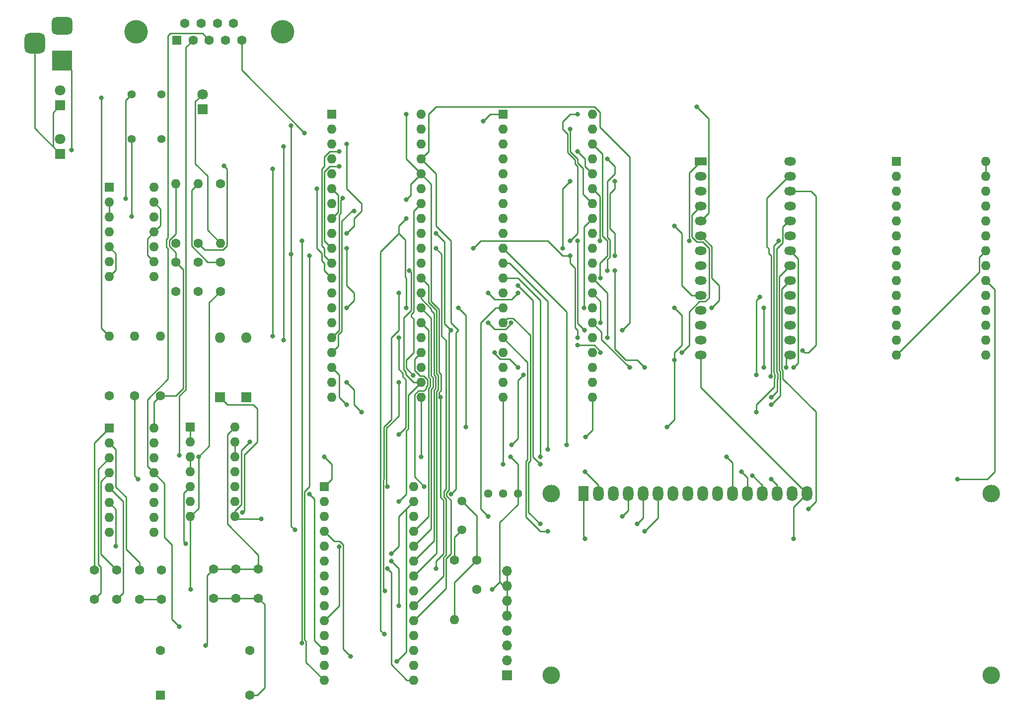
<source format=gbr>
G04 #@! TF.GenerationSoftware,KiCad,Pcbnew,(6.0.10-0)*
G04 #@! TF.CreationDate,2024-07-27T08:04:34-04:00*
G04 #@! TF.ProjectId,6502_wozmon,36353032-5f77-46f7-9a6d-6f6e2e6b6963,rev?*
G04 #@! TF.SameCoordinates,Original*
G04 #@! TF.FileFunction,Copper,L1,Top*
G04 #@! TF.FilePolarity,Positive*
%FSLAX46Y46*%
G04 Gerber Fmt 4.6, Leading zero omitted, Abs format (unit mm)*
G04 Created by KiCad (PCBNEW (6.0.10-0)) date 2024-07-27 08:04:34*
%MOMM*%
%LPD*%
G01*
G04 APERTURE LIST*
G04 Aperture macros list*
%AMRoundRect*
0 Rectangle with rounded corners*
0 $1 Rounding radius*
0 $2 $3 $4 $5 $6 $7 $8 $9 X,Y pos of 4 corners*
0 Add a 4 corners polygon primitive as box body*
4,1,4,$2,$3,$4,$5,$6,$7,$8,$9,$2,$3,0*
0 Add four circle primitives for the rounded corners*
1,1,$1+$1,$2,$3*
1,1,$1+$1,$4,$5*
1,1,$1+$1,$6,$7*
1,1,$1+$1,$8,$9*
0 Add four rect primitives between the rounded corners*
20,1,$1+$1,$2,$3,$4,$5,0*
20,1,$1+$1,$4,$5,$6,$7,0*
20,1,$1+$1,$6,$7,$8,$9,0*
20,1,$1+$1,$8,$9,$2,$3,0*%
G04 Aperture macros list end*
G04 #@! TA.AperFunction,ComponentPad*
%ADD10C,1.600000*%
G04 #@! TD*
G04 #@! TA.AperFunction,ComponentPad*
%ADD11R,1.600000X1.600000*%
G04 #@! TD*
G04 #@! TA.AperFunction,ComponentPad*
%ADD12O,1.600000X1.600000*%
G04 #@! TD*
G04 #@! TA.AperFunction,ComponentPad*
%ADD13C,3.000000*%
G04 #@! TD*
G04 #@! TA.AperFunction,ComponentPad*
%ADD14R,1.800000X2.600000*%
G04 #@! TD*
G04 #@! TA.AperFunction,ComponentPad*
%ADD15O,1.800000X2.600000*%
G04 #@! TD*
G04 #@! TA.AperFunction,ComponentPad*
%ADD16C,4.000000*%
G04 #@! TD*
G04 #@! TA.AperFunction,ComponentPad*
%ADD17R,1.800000X1.800000*%
G04 #@! TD*
G04 #@! TA.AperFunction,ComponentPad*
%ADD18O,1.800000X1.800000*%
G04 #@! TD*
G04 #@! TA.AperFunction,ComponentPad*
%ADD19R,3.500000X3.500000*%
G04 #@! TD*
G04 #@! TA.AperFunction,ComponentPad*
%ADD20RoundRect,0.750000X-1.000000X0.750000X-1.000000X-0.750000X1.000000X-0.750000X1.000000X0.750000X0*%
G04 #@! TD*
G04 #@! TA.AperFunction,ComponentPad*
%ADD21RoundRect,0.875000X-0.875000X0.875000X-0.875000X-0.875000X0.875000X-0.875000X0.875000X0.875000X0*%
G04 #@! TD*
G04 #@! TA.AperFunction,ComponentPad*
%ADD22C,1.800000*%
G04 #@! TD*
G04 #@! TA.AperFunction,ComponentPad*
%ADD23C,1.500000*%
G04 #@! TD*
G04 #@! TA.AperFunction,ComponentPad*
%ADD24C,1.397000*%
G04 #@! TD*
G04 #@! TA.AperFunction,ComponentPad*
%ADD25R,1.700000X1.700000*%
G04 #@! TD*
G04 #@! TA.AperFunction,ComponentPad*
%ADD26O,1.700000X1.700000*%
G04 #@! TD*
G04 #@! TA.AperFunction,ComponentPad*
%ADD27R,2.000000X1.440000*%
G04 #@! TD*
G04 #@! TA.AperFunction,ComponentPad*
%ADD28O,2.000000X1.440000*%
G04 #@! TD*
G04 #@! TA.AperFunction,ComponentPad*
%ADD29C,1.440000*%
G04 #@! TD*
G04 #@! TA.AperFunction,ViaPad*
%ADD30C,0.800000*%
G04 #@! TD*
G04 #@! TA.AperFunction,Conductor*
%ADD31C,0.250000*%
G04 #@! TD*
G04 APERTURE END LIST*
D10*
G04 #@! TO.P,C9,1*
G04 #@! TO.N,Net-(C9-Pad1)*
X50257500Y-111585000D03*
G04 #@! TO.P,C9,2*
G04 #@! TO.N,GND*
X50257500Y-116585000D03*
G04 #@! TD*
D11*
G04 #@! TO.P,U3,1,A14*
G04 #@! TO.N,A14*
X175541666Y-41925000D03*
D12*
G04 #@! TO.P,U3,2,A12*
G04 #@! TO.N,A12*
X175541666Y-44465000D03*
G04 #@! TO.P,U3,3,A7*
G04 #@! TO.N,A7*
X175541666Y-47005000D03*
G04 #@! TO.P,U3,4,A6*
G04 #@! TO.N,A6*
X175541666Y-49545000D03*
G04 #@! TO.P,U3,5,A5*
G04 #@! TO.N,A5*
X175541666Y-52085000D03*
G04 #@! TO.P,U3,6,A4*
G04 #@! TO.N,A4*
X175541666Y-54625000D03*
G04 #@! TO.P,U3,7,A3*
G04 #@! TO.N,A3*
X175541666Y-57165000D03*
G04 #@! TO.P,U3,8,A2*
G04 #@! TO.N,A2*
X175541666Y-59705000D03*
G04 #@! TO.P,U3,9,A1*
G04 #@! TO.N,A1*
X175541666Y-62245000D03*
G04 #@! TO.P,U3,10,A0*
G04 #@! TO.N,A0*
X175541666Y-64785000D03*
G04 #@! TO.P,U3,11,D0*
G04 #@! TO.N,D0*
X175541666Y-67325000D03*
G04 #@! TO.P,U3,12,D1*
G04 #@! TO.N,D1*
X175541666Y-69865000D03*
G04 #@! TO.P,U3,13,D2*
G04 #@! TO.N,D2*
X175541666Y-72405000D03*
G04 #@! TO.P,U3,14,GND*
G04 #@! TO.N,GND*
X175541666Y-74945000D03*
G04 #@! TO.P,U3,15,D3*
G04 #@! TO.N,D3*
X190781666Y-74945000D03*
G04 #@! TO.P,U3,16,D4*
G04 #@! TO.N,D4*
X190781666Y-72405000D03*
G04 #@! TO.P,U3,17,D5*
G04 #@! TO.N,D5*
X190781666Y-69865000D03*
G04 #@! TO.P,U3,18,D6*
G04 #@! TO.N,D6*
X190781666Y-67325000D03*
G04 #@! TO.P,U3,19,D7*
G04 #@! TO.N,D7*
X190781666Y-64785000D03*
G04 #@! TO.P,U3,20,~{CS}*
G04 #@! TO.N,A15\u002A*
X190781666Y-62245000D03*
G04 #@! TO.P,U3,21,A10*
G04 #@! TO.N,A10*
X190781666Y-59705000D03*
G04 #@! TO.P,U3,22,~{OE}*
G04 #@! TO.N,GND*
X190781666Y-57165000D03*
G04 #@! TO.P,U3,23,A11*
G04 #@! TO.N,A11*
X190781666Y-54625000D03*
G04 #@! TO.P,U3,24,A9*
G04 #@! TO.N,A9*
X190781666Y-52085000D03*
G04 #@! TO.P,U3,25,A8*
G04 #@! TO.N,A8*
X190781666Y-49545000D03*
G04 #@! TO.P,U3,26,A13*
G04 #@! TO.N,A13*
X190781666Y-47005000D03*
G04 #@! TO.P,U3,27,~{WE}*
G04 #@! TO.N,VCC*
X190781666Y-44465000D03*
G04 #@! TO.P,U3,28,VCC*
X190781666Y-41925000D03*
G04 #@! TD*
D10*
G04 #@! TO.P,C6,1*
G04 #@! TO.N,Net-(C6-Pad1)*
X38827500Y-111585000D03*
G04 #@! TO.P,C6,2*
G04 #@! TO.N,Net-(C6-Pad2)*
X38827500Y-116585000D03*
G04 #@! TD*
D13*
G04 #@! TO.P,U8,*
G04 #@! TO.N,*
X191712500Y-98542500D03*
X191711980Y-129543200D03*
X116713400Y-129543200D03*
X116713400Y-98542500D03*
D14*
G04 #@! TO.P,U8,1,VSS*
G04 #@! TO.N,GND*
X122212500Y-98542500D03*
D15*
G04 #@! TO.P,U8,2,VDD*
G04 #@! TO.N,VCC*
X124752500Y-98542500D03*
G04 #@! TO.P,U8,3,VO*
G04 #@! TO.N,Net-(RV1-Pad2)*
X127292500Y-98542500D03*
G04 #@! TO.P,U8,4,RS*
G04 #@! TO.N,Net-(U7-Pad14)*
X129832500Y-98542500D03*
G04 #@! TO.P,U8,5,R/W*
G04 #@! TO.N,Net-(U7-Pad15)*
X132372500Y-98542500D03*
G04 #@! TO.P,U8,6,E*
G04 #@! TO.N,Net-(U7-Pad16)*
X134912500Y-98542500D03*
G04 #@! TO.P,U8,7,D0*
G04 #@! TO.N,unconnected-(U8-Pad7)*
X137452500Y-98542500D03*
G04 #@! TO.P,U8,8,D1*
G04 #@! TO.N,unconnected-(U8-Pad8)*
X139992500Y-98542500D03*
G04 #@! TO.P,U8,9,D2*
G04 #@! TO.N,unconnected-(U8-Pad9)*
X142532500Y-98542500D03*
G04 #@! TO.P,U8,10,D3*
G04 #@! TO.N,unconnected-(U8-Pad10)*
X145072500Y-98542500D03*
G04 #@! TO.P,U8,11,D4*
G04 #@! TO.N,Net-(U7-Pad10)*
X147612500Y-98542500D03*
G04 #@! TO.P,U8,12,D5*
G04 #@! TO.N,Net-(U7-Pad11)*
X150152500Y-98542500D03*
G04 #@! TO.P,U8,13,D6*
G04 #@! TO.N,Net-(U7-Pad12)*
X152692500Y-98542500D03*
G04 #@! TO.P,U8,14,D7*
G04 #@! TO.N,Net-(U7-Pad13)*
X155232500Y-98542500D03*
G04 #@! TO.P,U8,15,LED(+)*
G04 #@! TO.N,VCC*
X157772500Y-98542500D03*
G04 #@! TO.P,U8,16,LED(-)*
G04 #@! TO.N,GND*
X160312500Y-98542500D03*
G04 #@! TD*
D16*
G04 #@! TO.P,J2,0*
G04 #@! TO.N,N/C*
X70910000Y-19810331D03*
X45910000Y-19810331D03*
D11*
G04 #@! TO.P,J2,1,1*
G04 #@! TO.N,unconnected-(J2-Pad1)*
X52870000Y-21230331D03*
D10*
G04 #@! TO.P,J2,2,2*
G04 #@! TO.N,RXD*
X55640000Y-21230331D03*
G04 #@! TO.P,J2,3,3*
G04 #@! TO.N,TXD*
X58410000Y-21230331D03*
G04 #@! TO.P,J2,4,4*
G04 #@! TO.N,unconnected-(J2-Pad4)*
X61180000Y-21230331D03*
G04 #@! TO.P,J2,5,5*
G04 #@! TO.N,GND*
X63950000Y-21230331D03*
G04 #@! TO.P,J2,6,6*
G04 #@! TO.N,unconnected-(J2-Pad6)*
X54255000Y-18390331D03*
G04 #@! TO.P,J2,7,7*
G04 #@! TO.N,unconnected-(J2-Pad7)*
X57025000Y-18390331D03*
G04 #@! TO.P,J2,8,8*
G04 #@! TO.N,unconnected-(J2-Pad8)*
X59795000Y-18390331D03*
G04 #@! TO.P,J2,9,9*
G04 #@! TO.N,unconnected-(J2-Pad9)*
X62565000Y-18390331D03*
G04 #@! TD*
D17*
G04 #@! TO.P,D1,1,K*
G04 #@! TO.N,Net-(D1-Pad1)*
X60232500Y-82150000D03*
D18*
G04 #@! TO.P,D1,2,A*
G04 #@! TO.N,IRQ\u002A*
X60232500Y-71990000D03*
G04 #@! TD*
D10*
G04 #@! TO.P,C10,1*
G04 #@! TO.N,VCC*
X56515000Y-59095000D03*
G04 #@! TO.P,C10,2*
G04 #@! TO.N,GND*
X56515000Y-64095000D03*
G04 #@! TD*
G04 #@! TO.P,C8,1*
G04 #@! TO.N,GND*
X46487500Y-116625000D03*
G04 #@! TO.P,C8,2*
G04 #@! TO.N,Net-(C8-Pad2)*
X46487500Y-111625000D03*
G04 #@! TD*
D19*
G04 #@! TO.P,J1,1*
G04 #@! TO.N,VCC*
X33342500Y-24765000D03*
D20*
G04 #@! TO.P,J1,2*
G04 #@! TO.N,unconnected-(J1-Pad2)*
X33342500Y-18765000D03*
D21*
G04 #@! TO.P,J1,3*
G04 #@! TO.N,GND*
X28642500Y-21765000D03*
G04 #@! TD*
D17*
G04 #@! TO.P,D3,1,K*
G04 #@! TO.N,GND*
X57257110Y-33025000D03*
D22*
G04 #@! TO.P,D3,2,A*
G04 #@! TO.N,Net-(D3-Pad2)*
X57257110Y-30485000D03*
G04 #@! TD*
D11*
G04 #@! TO.P,U4,1,VSS*
G04 #@! TO.N,GND*
X78007500Y-97375000D03*
D12*
G04 #@! TO.P,U4,2,CS1*
G04 #@! TO.N,A12*
X78007500Y-99915000D03*
G04 #@! TO.P,U4,3,~{CS2}*
G04 #@! TO.N,Net-(U1-Pad8)*
X78007500Y-102455000D03*
G04 #@! TO.P,U4,4,~{RES}*
G04 #@! TO.N,RESET\u002A*
X78007500Y-104995000D03*
G04 #@! TO.P,U4,5,RxC*
G04 #@! TO.N,unconnected-(U4-Pad5)*
X78007500Y-107535000D03*
G04 #@! TO.P,U4,6,XTAL1*
G04 #@! TO.N,Net-(C5-Pad1)*
X78007500Y-110075000D03*
G04 #@! TO.P,U4,7,XTAL2*
G04 #@! TO.N,XTAL*
X78007500Y-112615000D03*
G04 #@! TO.P,U4,8,~{RTS}*
G04 #@! TO.N,unconnected-(U4-Pad8)*
X78007500Y-115155000D03*
G04 #@! TO.P,U4,9,~{CTS}*
G04 #@! TO.N,unconnected-(U4-Pad9)*
X78007500Y-117695000D03*
G04 #@! TO.P,U4,10,TxD*
G04 #@! TO.N,Net-(U4-Pad10)*
X78007500Y-120235000D03*
G04 #@! TO.P,U4,11,~{DTR}*
G04 #@! TO.N,unconnected-(U4-Pad11)*
X78007500Y-122775000D03*
G04 #@! TO.P,U4,12,RxD*
G04 #@! TO.N,MAX232_12*
X78007500Y-125315000D03*
G04 #@! TO.P,U4,13,RS0*
G04 #@! TO.N,A0*
X78007500Y-127855000D03*
G04 #@! TO.P,U4,14,RS1*
G04 #@! TO.N,A1*
X78007500Y-130395000D03*
G04 #@! TO.P,U4,15,VCC*
G04 #@! TO.N,VCC*
X93247500Y-130395000D03*
G04 #@! TO.P,U4,16,~{DCD}*
G04 #@! TO.N,unconnected-(U4-Pad16)*
X93247500Y-127855000D03*
G04 #@! TO.P,U4,17,~{DSR}*
G04 #@! TO.N,unconnected-(U4-Pad17)*
X93247500Y-125315000D03*
G04 #@! TO.P,U4,18,D0*
G04 #@! TO.N,D0*
X93247500Y-122775000D03*
G04 #@! TO.P,U4,19,D1*
G04 #@! TO.N,D1*
X93247500Y-120235000D03*
G04 #@! TO.P,U4,20,D2*
G04 #@! TO.N,D2*
X93247500Y-117695000D03*
G04 #@! TO.P,U4,21,D3*
G04 #@! TO.N,D3*
X93247500Y-115155000D03*
G04 #@! TO.P,U4,22,D4*
G04 #@! TO.N,D4*
X93247500Y-112615000D03*
G04 #@! TO.P,U4,23,D5*
G04 #@! TO.N,D5*
X93247500Y-110075000D03*
G04 #@! TO.P,U4,24,D6*
G04 #@! TO.N,D6*
X93247500Y-107535000D03*
G04 #@! TO.P,U4,25,D7*
G04 #@! TO.N,D7*
X93247500Y-104995000D03*
G04 #@! TO.P,U4,26,~{IRQ}*
G04 #@! TO.N,Net-(D1-Pad1)*
X93247500Y-102455000D03*
G04 #@! TO.P,U4,27,\u03D52*
G04 #@! TO.N,CLK*
X93247500Y-99915000D03*
G04 #@! TO.P,U4,28,R/~{W}*
G04 #@! TO.N,RW\u002A*
X93247500Y-97375000D03*
G04 #@! TD*
D10*
G04 #@! TO.P,R3,1*
G04 #@! TO.N,VCC*
X50072500Y-81910000D03*
D12*
G04 #@! TO.P,R3,2*
G04 #@! TO.N,Net-(R3-Pad2)*
X50072500Y-71750000D03*
G04 #@! TD*
D11*
G04 #@! TO.P,U2,1,~{VP}*
G04 #@! TO.N,unconnected-(U2-Pad1)*
X79282500Y-33895000D03*
D12*
G04 #@! TO.P,U2,2,RDY*
G04 #@! TO.N,Net-(R3-Pad2)*
X79282500Y-36435000D03*
G04 #@! TO.P,U2,3,\u03D51*
G04 #@! TO.N,unconnected-(U2-Pad3)*
X79282500Y-38975000D03*
G04 #@! TO.P,U2,4,~{IRQ}*
G04 #@! TO.N,IRQ\u002A*
X79282500Y-41515000D03*
G04 #@! TO.P,U2,5,~{ML}*
G04 #@! TO.N,unconnected-(U2-Pad5)*
X79282500Y-44055000D03*
G04 #@! TO.P,U2,6,~{NMI}*
G04 #@! TO.N,VCC*
X79282500Y-46595000D03*
G04 #@! TO.P,U2,7,SYNC*
G04 #@! TO.N,unconnected-(U2-Pad7)*
X79282500Y-49135000D03*
G04 #@! TO.P,U2,8,VDD*
G04 #@! TO.N,VCC*
X79282500Y-51675000D03*
G04 #@! TO.P,U2,9,A0*
G04 #@! TO.N,A0*
X79282500Y-54215000D03*
G04 #@! TO.P,U2,10,A1*
G04 #@! TO.N,A1*
X79282500Y-56755000D03*
G04 #@! TO.P,U2,11,A2*
G04 #@! TO.N,A2*
X79282500Y-59295000D03*
G04 #@! TO.P,U2,12,A3*
G04 #@! TO.N,A3*
X79282500Y-61835000D03*
G04 #@! TO.P,U2,13,A4*
G04 #@! TO.N,A4*
X79282500Y-64375000D03*
G04 #@! TO.P,U2,14,A5*
G04 #@! TO.N,A5*
X79282500Y-66915000D03*
G04 #@! TO.P,U2,15,A6*
G04 #@! TO.N,A6*
X79282500Y-69455000D03*
G04 #@! TO.P,U2,16,A7*
G04 #@! TO.N,A7*
X79282500Y-71995000D03*
G04 #@! TO.P,U2,17,A8*
G04 #@! TO.N,A8*
X79282500Y-74535000D03*
G04 #@! TO.P,U2,18,A9*
G04 #@! TO.N,A9*
X79282500Y-77075000D03*
G04 #@! TO.P,U2,19,A10*
G04 #@! TO.N,A10*
X79282500Y-79615000D03*
G04 #@! TO.P,U2,20,A11*
G04 #@! TO.N,A11*
X79282500Y-82155000D03*
G04 #@! TO.P,U2,21,VSS*
G04 #@! TO.N,GND*
X94522500Y-82155000D03*
G04 #@! TO.P,U2,22,A12*
G04 #@! TO.N,A12*
X94522500Y-79615000D03*
G04 #@! TO.P,U2,23,A13*
G04 #@! TO.N,A13*
X94522500Y-77075000D03*
G04 #@! TO.P,U2,24,A14*
G04 #@! TO.N,A14*
X94522500Y-74535000D03*
G04 #@! TO.P,U2,25,A15*
G04 #@! TO.N,A15*
X94522500Y-71995000D03*
G04 #@! TO.P,U2,26,D7*
G04 #@! TO.N,D7*
X94522500Y-69455000D03*
G04 #@! TO.P,U2,27,D6*
G04 #@! TO.N,D6*
X94522500Y-66915000D03*
G04 #@! TO.P,U2,28,D5*
G04 #@! TO.N,D5*
X94522500Y-64375000D03*
G04 #@! TO.P,U2,29,D4*
G04 #@! TO.N,D4*
X94522500Y-61835000D03*
G04 #@! TO.P,U2,30,D3*
G04 #@! TO.N,D3*
X94522500Y-59295000D03*
G04 #@! TO.P,U2,31,D2*
G04 #@! TO.N,D2*
X94522500Y-56755000D03*
G04 #@! TO.P,U2,32,D1*
G04 #@! TO.N,D1*
X94522500Y-54215000D03*
G04 #@! TO.P,U2,33,D0*
G04 #@! TO.N,D0*
X94522500Y-51675000D03*
G04 #@! TO.P,U2,34,R/~{W}*
G04 #@! TO.N,RW\u002A*
X94522500Y-49135000D03*
G04 #@! TO.P,U2,35,nc*
G04 #@! TO.N,unconnected-(U2-Pad35)*
X94522500Y-46595000D03*
G04 #@! TO.P,U2,36,BE*
G04 #@! TO.N,VCC*
X94522500Y-44055000D03*
G04 #@! TO.P,U2,37,\u03D50*
G04 #@! TO.N,CLK*
X94522500Y-41515000D03*
G04 #@! TO.P,U2,38,~{SO}*
G04 #@! TO.N,unconnected-(U2-Pad38)*
X94522500Y-38975000D03*
G04 #@! TO.P,U2,39,\u03D52*
G04 #@! TO.N,unconnected-(U2-Pad39)*
X94522500Y-36435000D03*
G04 #@! TO.P,U2,40,~{RES}*
G04 #@! TO.N,RESET\u002A*
X94522500Y-33895000D03*
G04 #@! TD*
D11*
G04 #@! TO.P,U7,1,VSS*
G04 #@! TO.N,GND*
X108492500Y-33890000D03*
D12*
G04 #@! TO.P,U7,2,PA0*
G04 #@! TO.N,unconnected-(U7-Pad2)*
X108492500Y-36430000D03*
G04 #@! TO.P,U7,3,PA1*
G04 #@! TO.N,unconnected-(U7-Pad3)*
X108492500Y-38970000D03*
G04 #@! TO.P,U7,4,PA2*
G04 #@! TO.N,unconnected-(U7-Pad4)*
X108492500Y-41510000D03*
G04 #@! TO.P,U7,5,PA3*
G04 #@! TO.N,unconnected-(U7-Pad5)*
X108492500Y-44050000D03*
G04 #@! TO.P,U7,6,PA4*
G04 #@! TO.N,unconnected-(U7-Pad6)*
X108492500Y-46590000D03*
G04 #@! TO.P,U7,7,PA5*
G04 #@! TO.N,unconnected-(U7-Pad7)*
X108492500Y-49130000D03*
G04 #@! TO.P,U7,8,PA6*
G04 #@! TO.N,unconnected-(U7-Pad8)*
X108492500Y-51670000D03*
G04 #@! TO.P,U7,9,PA7*
G04 #@! TO.N,unconnected-(U7-Pad9)*
X108492500Y-54210000D03*
G04 #@! TO.P,U7,10,PB0*
G04 #@! TO.N,Net-(U7-Pad10)*
X108492500Y-56750000D03*
G04 #@! TO.P,U7,11,PB1*
G04 #@! TO.N,Net-(U7-Pad11)*
X108492500Y-59290000D03*
G04 #@! TO.P,U7,12,PB2*
G04 #@! TO.N,Net-(U7-Pad12)*
X108492500Y-61830000D03*
G04 #@! TO.P,U7,13,PB3*
G04 #@! TO.N,Net-(U7-Pad13)*
X108492500Y-64370000D03*
G04 #@! TO.P,U7,14,PB4*
G04 #@! TO.N,Net-(U7-Pad14)*
X108492500Y-66910000D03*
G04 #@! TO.P,U7,15,PB5*
G04 #@! TO.N,Net-(U7-Pad15)*
X108492500Y-69450000D03*
G04 #@! TO.P,U7,16,PB6*
G04 #@! TO.N,Net-(U7-Pad16)*
X108492500Y-71990000D03*
G04 #@! TO.P,U7,17,PB7*
G04 #@! TO.N,unconnected-(U7-Pad17)*
X108492500Y-74530000D03*
G04 #@! TO.P,U7,18,CB1*
G04 #@! TO.N,unconnected-(U7-Pad18)*
X108492500Y-77070000D03*
G04 #@! TO.P,U7,19,CB2*
G04 #@! TO.N,unconnected-(U7-Pad19)*
X108492500Y-79610000D03*
G04 #@! TO.P,U7,20,VCC*
G04 #@! TO.N,VCC*
X108492500Y-82150000D03*
G04 #@! TO.P,U7,21,~{IRQ}*
G04 #@! TO.N,Net-(D2-Pad1)*
X123732500Y-82150000D03*
G04 #@! TO.P,U7,22,R/~{W}*
G04 #@! TO.N,RW\u002A*
X123732500Y-79610000D03*
G04 #@! TO.P,U7,23,~{CS2}*
G04 #@! TO.N,Net-(U1-Pad8)*
X123732500Y-77070000D03*
G04 #@! TO.P,U7,24,CS1*
G04 #@! TO.N,A13*
X123732500Y-74530000D03*
G04 #@! TO.P,U7,25,\u03D52*
G04 #@! TO.N,CLK*
X123732500Y-71990000D03*
G04 #@! TO.P,U7,26,D7*
G04 #@! TO.N,D7*
X123732500Y-69450000D03*
G04 #@! TO.P,U7,27,D6*
G04 #@! TO.N,D6*
X123732500Y-66910000D03*
G04 #@! TO.P,U7,28,D5*
G04 #@! TO.N,D5*
X123732500Y-64370000D03*
G04 #@! TO.P,U7,29,D4*
G04 #@! TO.N,D4*
X123732500Y-61830000D03*
G04 #@! TO.P,U7,30,D3*
G04 #@! TO.N,D3*
X123732500Y-59290000D03*
G04 #@! TO.P,U7,31,D2*
G04 #@! TO.N,D2*
X123732500Y-56750000D03*
G04 #@! TO.P,U7,32,D1*
G04 #@! TO.N,D1*
X123732500Y-54210000D03*
G04 #@! TO.P,U7,33,D0*
G04 #@! TO.N,D0*
X123732500Y-51670000D03*
G04 #@! TO.P,U7,34,~{RES}*
G04 #@! TO.N,RESET\u002A*
X123732500Y-49130000D03*
G04 #@! TO.P,U7,35,RS3*
G04 #@! TO.N,A3*
X123732500Y-46590000D03*
G04 #@! TO.P,U7,36,RS2*
G04 #@! TO.N,A2*
X123732500Y-44050000D03*
G04 #@! TO.P,U7,37,RS1*
G04 #@! TO.N,A1*
X123732500Y-41510000D03*
G04 #@! TO.P,U7,38,RS0*
G04 #@! TO.N,A0*
X123732500Y-38970000D03*
G04 #@! TO.P,U7,39,CA2*
G04 #@! TO.N,unconnected-(U7-Pad39)*
X123732500Y-36430000D03*
G04 #@! TO.P,U7,40,CA1*
G04 #@! TO.N,unconnected-(U7-Pad40)*
X123732500Y-33890000D03*
G04 #@! TD*
D23*
G04 #@! TO.P,Y1,1,1*
G04 #@! TO.N,Net-(C5-Pad1)*
X101502500Y-99845000D03*
G04 #@! TO.P,Y1,2,2*
G04 #@! TO.N,XTAL*
X101502500Y-104745000D03*
G04 #@! TD*
D11*
G04 #@! TO.P,U1,1*
G04 #@! TO.N,A15*
X55162500Y-87225000D03*
D12*
G04 #@! TO.P,U1,2*
X55162500Y-89765000D03*
G04 #@! TO.P,U1,3*
G04 #@! TO.N,A15\u002A*
X55162500Y-92305000D03*
G04 #@! TO.P,U1,4*
X55162500Y-94845000D03*
G04 #@! TO.P,U1,5*
G04 #@! TO.N,CLK*
X55162500Y-97385000D03*
G04 #@! TO.P,U1,6*
G04 #@! TO.N,Net-(U1-Pad6)*
X55162500Y-99925000D03*
G04 #@! TO.P,U1,7,GND*
G04 #@! TO.N,GND*
X55162500Y-102465000D03*
G04 #@! TO.P,U1,8*
G04 #@! TO.N,Net-(U1-Pad8)*
X62782500Y-102465000D03*
G04 #@! TO.P,U1,9*
G04 #@! TO.N,A14*
X62782500Y-99925000D03*
G04 #@! TO.P,U1,10*
G04 #@! TO.N,A15\u002A*
X62782500Y-97385000D03*
G04 #@! TO.P,U1,11*
G04 #@! TO.N,unconnected-(U1-Pad11)*
X62782500Y-94845000D03*
G04 #@! TO.P,U1,12*
G04 #@! TO.N,GND*
X62782500Y-92305000D03*
G04 #@! TO.P,U1,13*
X62782500Y-89765000D03*
G04 #@! TO.P,U1,14,VCC*
G04 #@! TO.N,VCC*
X62782500Y-87225000D03*
G04 #@! TD*
D10*
G04 #@! TO.P,R4,1*
G04 #@! TO.N,XTAL*
X100232500Y-109915000D03*
D12*
G04 #@! TO.P,R4,2*
G04 #@! TO.N,Net-(C5-Pad1)*
X100232500Y-120075000D03*
G04 #@! TD*
D10*
G04 #@! TO.P,C1,1*
G04 #@! TO.N,VCC*
X52705000Y-59095000D03*
G04 #@! TO.P,C1,2*
G04 #@! TO.N,GND*
X52705000Y-64095000D03*
G04 #@! TD*
G04 #@! TO.P,C5,1*
G04 #@! TO.N,Net-(C5-Pad1)*
X104042500Y-109915000D03*
G04 #@! TO.P,C5,2*
G04 #@! TO.N,GND*
X104042500Y-114915000D03*
G04 #@! TD*
D24*
G04 #@! TO.P,SW2,1,1*
G04 #@! TO.N,Net-(R1-Pad1)*
X45212000Y-38100000D03*
G04 #@! TO.P,SW2,2,2*
G04 #@! TO.N,GND*
X45212000Y-30480000D03*
G04 #@! TO.P,SW2,3,3*
G04 #@! TO.N,Net-(R6-Pad1)*
X50292000Y-38100000D03*
G04 #@! TO.P,SW2,4,4*
G04 #@! TO.N,unconnected-(SW2-Pad4)*
X50292000Y-30480000D03*
G04 #@! TD*
D10*
G04 #@! TO.P,R2,1*
G04 #@! TO.N,VCC*
X41382500Y-81910000D03*
D12*
G04 #@! TO.P,R2,2*
G04 #@! TO.N,Net-(LED_1-Pad2)*
X41382500Y-71750000D03*
G04 #@! TD*
D17*
G04 #@! TO.P,LED_1,1,K*
G04 #@! TO.N,GND*
X33020000Y-32365048D03*
D22*
G04 #@! TO.P,LED_1,2,A*
G04 #@! TO.N,Net-(LED_1-Pad2)*
X33020000Y-29825048D03*
G04 #@! TD*
D10*
G04 #@! TO.P,C2,1*
G04 #@! TO.N,VCC*
X59167500Y-111400000D03*
G04 #@! TO.P,C2,2*
G04 #@! TO.N,GND*
X59167500Y-116400000D03*
G04 #@! TD*
D11*
G04 #@! TO.P,U6,1,C1+*
G04 #@! TO.N,Net-(C6-Pad1)*
X41377500Y-87405000D03*
D12*
G04 #@! TO.P,U6,2,VS+*
G04 #@! TO.N,Net-(C8-Pad2)*
X41377500Y-89945000D03*
G04 #@! TO.P,U6,3,C1-*
G04 #@! TO.N,Net-(C6-Pad2)*
X41377500Y-92485000D03*
G04 #@! TO.P,U6,4,C2+*
G04 #@! TO.N,Net-(C7-Pad1)*
X41377500Y-95025000D03*
G04 #@! TO.P,U6,5,C2-*
G04 #@! TO.N,Net-(C7-Pad2)*
X41377500Y-97565000D03*
G04 #@! TO.P,U6,6,VS-*
G04 #@! TO.N,Net-(C9-Pad1)*
X41377500Y-100105000D03*
G04 #@! TO.P,U6,7,T2OUT*
G04 #@! TO.N,unconnected-(U6-Pad7)*
X41377500Y-102645000D03*
G04 #@! TO.P,U6,8,R2IN*
G04 #@! TO.N,unconnected-(U6-Pad8)*
X41377500Y-105185000D03*
G04 #@! TO.P,U6,9,R2OUT*
G04 #@! TO.N,unconnected-(U6-Pad9)*
X48997500Y-105185000D03*
G04 #@! TO.P,U6,10,T2IN*
G04 #@! TO.N,unconnected-(U6-Pad10)*
X48997500Y-102645000D03*
G04 #@! TO.P,U6,11,T1IN*
G04 #@! TO.N,Net-(U4-Pad10)*
X48997500Y-100105000D03*
G04 #@! TO.P,U6,12,R1OUT*
G04 #@! TO.N,MAX232_12*
X48997500Y-97565000D03*
G04 #@! TO.P,U6,13,R1IN*
G04 #@! TO.N,TXD*
X48997500Y-95025000D03*
G04 #@! TO.P,U6,14,T1OUT*
G04 #@! TO.N,RXD*
X48997500Y-92485000D03*
G04 #@! TO.P,U6,15,GND*
G04 #@! TO.N,GND*
X48997500Y-89945000D03*
G04 #@! TO.P,U6,16,VCC*
G04 #@! TO.N,VCC*
X48997500Y-87405000D03*
G04 #@! TD*
D10*
G04 #@! TO.P,R6,1*
G04 #@! TO.N,Net-(R6-Pad1)*
X56515000Y-55880000D03*
D12*
G04 #@! TO.P,R6,2*
G04 #@! TO.N,Net-(C11-Pad1)*
X56515000Y-45720000D03*
G04 #@! TD*
D10*
G04 #@! TO.P,R5,1*
G04 #@! TO.N,CLK*
X45660833Y-81910000D03*
D12*
G04 #@! TO.P,R5,2*
G04 #@! TO.N,Net-(LED_2-Pad2)*
X45660833Y-71750000D03*
G04 #@! TD*
D10*
G04 #@! TO.P,C7,1*
G04 #@! TO.N,Net-(C7-Pad1)*
X42637500Y-111585000D03*
G04 #@! TO.P,C7,2*
G04 #@! TO.N,Net-(C7-Pad2)*
X42637500Y-116585000D03*
G04 #@! TD*
G04 #@! TO.P,C4,1*
G04 #@! TO.N,VCC*
X66787500Y-111400000D03*
G04 #@! TO.P,C4,2*
G04 #@! TO.N,GND*
X66787500Y-116400000D03*
G04 #@! TD*
D17*
G04 #@! TO.P,LED_2,1,K*
G04 #@! TO.N,GND*
X33020000Y-40630024D03*
D22*
G04 #@! TO.P,LED_2,2,A*
G04 #@! TO.N,Net-(LED_2-Pad2)*
X33020000Y-38090024D03*
G04 #@! TD*
D25*
G04 #@! TO.P,J4,1,Pin_1*
G04 #@! TO.N,CLK*
X109220000Y-129525000D03*
D26*
G04 #@! TO.P,J4,2,Pin_2*
G04 #@! TO.N,RESET\u002A*
X109220000Y-126985000D03*
G04 #@! TO.P,J4,3,Pin_3*
G04 #@! TO.N,MAX232_12*
X109220000Y-124445000D03*
G04 #@! TO.P,J4,4,Pin_4*
G04 #@! TO.N,TXD*
X109220000Y-121905000D03*
G04 #@! TO.P,J4,5,Pin_5*
G04 #@! TO.N,GND*
X109220000Y-119365000D03*
G04 #@! TO.P,J4,6,Pin_6*
X109220000Y-116825000D03*
G04 #@! TO.P,J4,7,Pin_7*
X109220000Y-114285000D03*
G04 #@! TO.P,J4,8,Pin_8*
X109220000Y-111745000D03*
G04 #@! TD*
D11*
G04 #@! TO.P,X1,1,Vcontrol*
G04 #@! TO.N,unconnected-(X1-Pad1)*
X50072500Y-132950000D03*
D10*
G04 #@! TO.P,X1,7,GND*
G04 #@! TO.N,GND*
X65312500Y-132950000D03*
G04 #@! TO.P,X1,8,OUT*
G04 #@! TO.N,CLK*
X65312500Y-125330000D03*
G04 #@! TO.P,X1,14,Vcc*
G04 #@! TO.N,VCC*
X50072500Y-125330000D03*
G04 #@! TD*
G04 #@! TO.P,R7,1*
G04 #@! TO.N,Net-(R7-Pad1)*
X60325000Y-45720000D03*
D12*
G04 #@! TO.P,R7,2*
G04 #@! TO.N,Net-(D3-Pad2)*
X60325000Y-55880000D03*
G04 #@! TD*
D10*
G04 #@! TO.P,C3,1*
G04 #@! TO.N,VCC*
X62977500Y-111400000D03*
G04 #@! TO.P,C3,2*
G04 #@! TO.N,GND*
X62977500Y-116400000D03*
G04 #@! TD*
G04 #@! TO.P,R1,1*
G04 #@! TO.N,Net-(R1-Pad1)*
X52705000Y-55880000D03*
D12*
G04 #@! TO.P,R1,2*
G04 #@! TO.N,VCC*
X52705000Y-45720000D03*
G04 #@! TD*
D10*
G04 #@! TO.P,C11,1*
G04 #@! TO.N,Net-(C11-Pad1)*
X60325000Y-59095000D03*
G04 #@! TO.P,C11,2*
G04 #@! TO.N,GND*
X60325000Y-64095000D03*
G04 #@! TD*
D11*
G04 #@! TO.P,U9,1*
G04 #@! TO.N,Net-(C11-Pad1)*
X41377500Y-46350000D03*
D12*
G04 #@! TO.P,U9,2*
G04 #@! TO.N,Net-(R7-Pad1)*
X41377500Y-48890000D03*
G04 #@! TO.P,U9,3*
X41377500Y-51430000D03*
G04 #@! TO.P,U9,4*
G04 #@! TO.N,RESET\u002A*
X41377500Y-53970000D03*
G04 #@! TO.P,U9,5*
G04 #@! TO.N,GND*
X41377500Y-56510000D03*
G04 #@! TO.P,U9,6*
G04 #@! TO.N,unconnected-(U9-Pad6)*
X41377500Y-59050000D03*
G04 #@! TO.P,U9,7,GND*
G04 #@! TO.N,GND*
X41377500Y-61590000D03*
G04 #@! TO.P,U9,8*
G04 #@! TO.N,unconnected-(U9-Pad8)*
X48997500Y-61590000D03*
G04 #@! TO.P,U9,9*
G04 #@! TO.N,GND*
X48997500Y-59050000D03*
G04 #@! TO.P,U9,10*
G04 #@! TO.N,unconnected-(U9-Pad10)*
X48997500Y-56510000D03*
G04 #@! TO.P,U9,11*
G04 #@! TO.N,GND*
X48997500Y-53970000D03*
G04 #@! TO.P,U9,12*
G04 #@! TO.N,unconnected-(U9-Pad12)*
X48997500Y-51430000D03*
G04 #@! TO.P,U9,13*
G04 #@! TO.N,GND*
X48997500Y-48890000D03*
G04 #@! TO.P,U9,14,VCC*
G04 #@! TO.N,VCC*
X48997500Y-46350000D03*
G04 #@! TD*
D17*
G04 #@! TO.P,D2,1,K*
G04 #@! TO.N,Net-(D2-Pad1)*
X64710834Y-82150000D03*
D18*
G04 #@! TO.P,D2,2,A*
G04 #@! TO.N,IRQ\u002A*
X64710834Y-71990000D03*
G04 #@! TD*
D27*
G04 #@! TO.P,U5,1,A14*
G04 #@! TO.N,A14*
X142240000Y-41910000D03*
D28*
G04 #@! TO.P,U5,2,A12*
G04 #@! TO.N,A12*
X142240000Y-44450000D03*
G04 #@! TO.P,U5,3,A7*
G04 #@! TO.N,A7*
X142240000Y-46990000D03*
G04 #@! TO.P,U5,4,A6*
G04 #@! TO.N,A6*
X142240000Y-49530000D03*
G04 #@! TO.P,U5,5,A5*
G04 #@! TO.N,A5*
X142240000Y-52070000D03*
G04 #@! TO.P,U5,6,A4*
G04 #@! TO.N,A4*
X142240000Y-54610000D03*
G04 #@! TO.P,U5,7,A3*
G04 #@! TO.N,A3*
X142240000Y-57150000D03*
G04 #@! TO.P,U5,8,A2*
G04 #@! TO.N,A2*
X142240000Y-59690000D03*
G04 #@! TO.P,U5,9,A1*
G04 #@! TO.N,A1*
X142240000Y-62230000D03*
G04 #@! TO.P,U5,10,A0*
G04 #@! TO.N,A0*
X142240000Y-64770000D03*
G04 #@! TO.P,U5,11,Q0*
G04 #@! TO.N,D0*
X142240000Y-67310000D03*
G04 #@! TO.P,U5,12,Q1*
G04 #@! TO.N,D1*
X142240000Y-69850000D03*
G04 #@! TO.P,U5,13,Q2*
G04 #@! TO.N,D2*
X142240000Y-72390000D03*
G04 #@! TO.P,U5,14,GND*
G04 #@! TO.N,GND*
X142240000Y-74930000D03*
G04 #@! TO.P,U5,15,Q3*
G04 #@! TO.N,D3*
X157480000Y-74930000D03*
G04 #@! TO.P,U5,16,Q4*
G04 #@! TO.N,D4*
X157480000Y-72390000D03*
G04 #@! TO.P,U5,17,Q5*
G04 #@! TO.N,D5*
X157480000Y-69850000D03*
G04 #@! TO.P,U5,18,Q6*
G04 #@! TO.N,D6*
X157480000Y-67310000D03*
G04 #@! TO.P,U5,19,Q7*
G04 #@! TO.N,D7*
X157480000Y-64770000D03*
G04 #@! TO.P,U5,20,~{CS}*
G04 #@! TO.N,Net-(U1-Pad6)*
X157480000Y-62230000D03*
G04 #@! TO.P,U5,21,A10*
G04 #@! TO.N,A10*
X157480000Y-59690000D03*
G04 #@! TO.P,U5,22,~{OE}*
G04 #@! TO.N,A14*
X157480000Y-57150000D03*
G04 #@! TO.P,U5,23,A11*
G04 #@! TO.N,A11*
X157480000Y-54610000D03*
G04 #@! TO.P,U5,24,A9*
G04 #@! TO.N,A9*
X157480000Y-52070000D03*
G04 #@! TO.P,U5,25,A8*
G04 #@! TO.N,A8*
X157480000Y-49530000D03*
G04 #@! TO.P,U5,26,A13*
G04 #@! TO.N,A13*
X157480000Y-46990000D03*
G04 #@! TO.P,U5,27,~{WE}*
G04 #@! TO.N,RW\u002A*
X157480000Y-44450000D03*
G04 #@! TO.P,U5,28,VCC*
G04 #@! TO.N,VCC*
X157480000Y-41910000D03*
G04 #@! TD*
D29*
G04 #@! TO.P,RV1,1,1*
G04 #@! TO.N,GND*
X111017500Y-98585000D03*
G04 #@! TO.P,RV1,2,2*
G04 #@! TO.N,Net-(RV1-Pad2)*
X108477500Y-98585000D03*
G04 #@! TO.P,RV1,3,3*
G04 #@! TO.N,unconnected-(RV1-Pad3)*
X105937500Y-98585000D03*
G04 #@! TD*
D30*
G04 #@! TO.N,GND*
X74676000Y-37084000D03*
X105156000Y-35052000D03*
X158022500Y-106280000D03*
X106680000Y-114935000D03*
X78012500Y-92310000D03*
X55245000Y-114935000D03*
X109762500Y-92310000D03*
X56561992Y-92310554D03*
X44196000Y-48260000D03*
X122462500Y-106280000D03*
X94522500Y-92310000D03*
G04 #@! TO.N,VCC*
X122462500Y-94850000D03*
X97865503Y-82150000D03*
X88804001Y-111360000D03*
X57785000Y-124460000D03*
X34925000Y-40005000D03*
X91982500Y-48444500D03*
X97062500Y-111360000D03*
X108492500Y-93580000D03*
X91982500Y-33877999D03*
G04 #@! TO.N,Net-(C5-Pad1)*
X89442500Y-110090000D03*
X90712500Y-117710000D03*
G04 #@! TO.N,Net-(C9-Pad1)*
X42452500Y-107550000D03*
G04 #@! TO.N,IRQ\u002A*
X69215000Y-43180000D03*
X69215000Y-71755000D03*
G04 #@! TO.N,Net-(D1-Pad1)*
X64082794Y-101774500D03*
G04 #@! TO.N,TXD*
X53340000Y-121285000D03*
G04 #@! TO.N,RXD*
X53340000Y-92075000D03*
G04 #@! TO.N,Net-(LED_1-Pad2)*
X40005000Y-31115000D03*
G04 #@! TO.N,Net-(R3-Pad2)*
X71120000Y-72390000D03*
X71120000Y-39370000D03*
G04 #@! TO.N,CLK*
X90357840Y-127164500D03*
X99602500Y-98660000D03*
X128812500Y-70720000D03*
X54438000Y-107109520D03*
X89442500Y-108820000D03*
X46262500Y-96120000D03*
G04 #@! TO.N,Net-(D2-Pad1)*
X122555000Y-88900000D03*
G04 #@! TO.N,RESET\u002A*
X119922500Y-36430000D03*
X82550000Y-126365000D03*
X73025000Y-104775000D03*
X72390001Y-35822599D03*
X72390000Y-57785000D03*
G04 #@! TO.N,A15*
X90712500Y-88500000D03*
X90712500Y-71990000D03*
G04 #@! TO.N,A15\u002A*
X185962500Y-96120000D03*
G04 #@! TO.N,Net-(U1-Pad6)*
X160562500Y-101200000D03*
G04 #@! TO.N,Net-(U1-Pad8)*
X65312500Y-89770000D03*
X67310000Y-102870000D03*
X109929590Y-90259500D03*
X111948998Y-78340000D03*
G04 #@! TO.N,A14*
X95068000Y-97390000D03*
X111032500Y-77070000D03*
X107092997Y-74530000D03*
X158022500Y-77070000D03*
X140242500Y-55480000D03*
G04 #@! TO.N,A0*
X125132003Y-61830000D03*
X81822500Y-38970000D03*
X81822500Y-54210000D03*
X137702500Y-52940000D03*
X74239500Y-55480000D03*
X74202500Y-124060000D03*
G04 #@! TO.N,A1*
X126272500Y-41510000D03*
X126272500Y-60560000D03*
X75472500Y-58020000D03*
X80552500Y-42780000D03*
G04 #@! TO.N,A2*
X121192500Y-40240000D03*
X127542500Y-58020000D03*
X127542500Y-45320000D03*
X80552500Y-40240000D03*
G04 #@! TO.N,A3*
X76742500Y-46590000D03*
X125002500Y-55480000D03*
G04 #@! TO.N,A4*
X144052500Y-66910000D03*
G04 #@! TO.N,A5*
X141512500Y-32620000D03*
X119922500Y-55480000D03*
X121192500Y-33890000D03*
X81822500Y-66910000D03*
X81822500Y-56750000D03*
G04 #@! TO.N,A6*
X121192500Y-73260000D03*
X125132003Y-74530000D03*
X138972500Y-74530000D03*
G04 #@! TO.N,A7*
X81132000Y-48223234D03*
G04 #@! TO.N,A8*
X83092500Y-50400000D03*
G04 #@! TO.N,A9*
X154212500Y-82150000D03*
X81822500Y-83420000D03*
G04 #@! TO.N,A10*
X154212500Y-83420000D03*
X84362500Y-84690000D03*
X81822500Y-79610000D03*
G04 #@! TO.N,A11*
X151672500Y-84690000D03*
X155482500Y-55480000D03*
G04 #@! TO.N,A12*
X90712500Y-99930000D03*
X119922500Y-45320000D03*
X92528000Y-60560000D03*
X118652500Y-56750000D03*
G04 #@! TO.N,A13*
X159529500Y-74205500D03*
G04 #@! TO.N,D7*
X109892003Y-69450000D03*
X105952500Y-69450000D03*
X152307500Y-65005000D03*
X151672500Y-78340000D03*
X130082500Y-77070000D03*
G04 #@! TO.N,D6*
X136432500Y-87230000D03*
X102142500Y-87230000D03*
X137702500Y-75800000D03*
X100872500Y-66910000D03*
X152942500Y-66910000D03*
X152942500Y-77070000D03*
X137702500Y-66910000D03*
G04 #@! TO.N,D5*
X111032500Y-64370000D03*
X125132003Y-69450000D03*
X105952500Y-64370000D03*
G04 #@! TO.N,D4*
X126272500Y-71990000D03*
G04 #@! TO.N,D3*
X156752500Y-77070000D03*
X90712500Y-64370000D03*
X132622500Y-77070000D03*
X88354500Y-115170000D03*
X127542500Y-60560000D03*
G04 #@! TO.N,D2*
X121192500Y-71990000D03*
X103412500Y-56750000D03*
X97062500Y-56750000D03*
X119922500Y-58020000D03*
G04 #@! TO.N,D1*
X99602500Y-70720000D03*
X121192500Y-55480000D03*
X97062500Y-54210000D03*
X122386909Y-70719999D03*
G04 #@! TO.N,D0*
X88265000Y-122555000D03*
X91982500Y-66910000D03*
X122332997Y-66910000D03*
X91982500Y-51670000D03*
G04 #@! TO.N,RW\u002A*
X154120881Y-78576505D03*
X93212205Y-78380294D03*
X88804001Y-97374999D03*
X90712500Y-79610000D03*
G04 #@! TO.N,Net-(U7-Pad10)*
X146592500Y-92310000D03*
X119357036Y-90259500D03*
G04 #@! TO.N,Net-(U7-Pad11)*
X116112500Y-91040000D03*
X149132500Y-94850000D03*
G04 #@! TO.N,Net-(U7-Pad12)*
X114842500Y-92310000D03*
X151037500Y-95485000D03*
G04 #@! TO.N,Net-(U7-Pad13)*
X114842500Y-93580000D03*
X154212500Y-96120000D03*
X111032500Y-63100000D03*
G04 #@! TO.N,Net-(U7-Pad14)*
X128812500Y-102470000D03*
X105952500Y-102470000D03*
G04 #@! TO.N,Net-(U7-Pad15)*
X114842500Y-103740000D03*
X131352500Y-103740000D03*
G04 #@! TO.N,Net-(U7-Pad16)*
X132622500Y-105010000D03*
X116112500Y-105010000D03*
G04 #@! TO.N,Net-(R1-Pad1)*
X45212000Y-51308000D03*
G04 #@! TO.N,Net-(R6-Pad1)*
X60960000Y-42672000D03*
G04 #@! TO.N,MAX232_12*
X75472500Y-98660000D03*
G04 #@! TO.N,Net-(U4-Pad10)*
X80521451Y-107581049D03*
G04 #@! TD*
D31*
G04 #@! TO.N,GND*
X142240000Y-80470000D02*
X160312500Y-98542500D01*
X41377500Y-56510000D02*
X42502500Y-57635000D01*
X158022500Y-100832500D02*
X160312500Y-98542500D01*
X67852500Y-117465000D02*
X67852500Y-131680000D01*
X111017500Y-100437500D02*
X111017500Y-98585000D01*
X44188500Y-31503500D02*
X44188500Y-48252500D01*
X109220000Y-119365000D02*
X109220000Y-116825000D01*
X47872500Y-57925000D02*
X48997500Y-59050000D01*
X58420000Y-66000000D02*
X58420000Y-90452546D01*
X66582500Y-132950000D02*
X65312500Y-132950000D01*
X106318000Y-33890000D02*
X105156000Y-35052000D01*
X106680000Y-114935000D02*
X107950000Y-113665000D01*
X79282500Y-93580000D02*
X79282500Y-96120000D01*
X94522500Y-82155000D02*
X94522500Y-92310000D01*
X63950000Y-21230331D02*
X63950000Y-26358000D01*
X109220000Y-116825000D02*
X109220000Y-114285000D01*
X31795000Y-39405024D02*
X33020000Y-40630024D01*
X42502500Y-57635000D02*
X42502500Y-60465000D01*
X55162500Y-102465000D02*
X55162500Y-114852500D01*
X107950000Y-113665000D02*
X107950000Y-103505000D01*
X46487500Y-116625000D02*
X50217500Y-116625000D01*
X28642500Y-36252524D02*
X33020000Y-40630024D01*
X67852500Y-131680000D02*
X66582500Y-132950000D01*
X108492500Y-33890000D02*
X106318000Y-33890000D01*
X50217500Y-116625000D02*
X50257500Y-116585000D01*
X62977500Y-116400000D02*
X59167500Y-116400000D01*
X109220000Y-114285000D02*
X108570000Y-114285000D01*
X189656666Y-60830000D02*
X189656666Y-58290000D01*
X63950000Y-26358000D02*
X74676000Y-37084000D01*
X108570000Y-114285000D02*
X107950000Y-113665000D01*
X78027500Y-97375000D02*
X78007500Y-97375000D01*
X58420000Y-90452546D02*
X56561992Y-92310554D01*
X33020000Y-32365048D02*
X31795000Y-33590048D01*
X109762500Y-92310000D02*
X111017500Y-93565000D01*
X78012500Y-92310000D02*
X79282500Y-93580000D01*
X55162500Y-102465000D02*
X56561992Y-101065508D01*
X175541666Y-74945000D02*
X189656666Y-60830000D01*
X142240000Y-74930000D02*
X142240000Y-80470000D01*
X48997500Y-53970000D02*
X47872500Y-55095000D01*
X111017500Y-93565000D02*
X111017500Y-98585000D01*
X79282500Y-96120000D02*
X78027500Y-97375000D01*
X47872500Y-55095000D02*
X47872500Y-57925000D01*
X50122500Y-50015000D02*
X50122500Y-52845000D01*
X28642500Y-21765000D02*
X28642500Y-36252524D01*
X45212000Y-30480000D02*
X44188500Y-31503500D01*
X109220000Y-111745000D02*
X109220000Y-114285000D01*
X44188500Y-48252500D02*
X44196000Y-48260000D01*
X56561992Y-101065508D02*
X56561992Y-92310554D01*
X189656666Y-58290000D02*
X190781666Y-57165000D01*
X66787500Y-116400000D02*
X67852500Y-117465000D01*
X31795000Y-33590048D02*
X31795000Y-39405024D01*
X48997500Y-48890000D02*
X50122500Y-50015000D01*
X66787500Y-116400000D02*
X62977500Y-116400000D01*
X122212500Y-98542500D02*
X122212500Y-106030000D01*
X158022500Y-106280000D02*
X158022500Y-100832500D01*
X60325000Y-64095000D02*
X58420000Y-66000000D01*
X122212500Y-106030000D02*
X122462500Y-106280000D01*
X55162500Y-114852500D02*
X55245000Y-114935000D01*
X62782500Y-89765000D02*
X62782500Y-92305000D01*
X42502500Y-60465000D02*
X41377500Y-61590000D01*
X107950000Y-103505000D02*
X111017500Y-100437500D01*
X50122500Y-52845000D02*
X48997500Y-53970000D01*
G04 #@! TO.N,Net-(C11-Pad1)*
X58139009Y-59095000D02*
X60325000Y-59095000D01*
X56515000Y-45720000D02*
X55390000Y-46845000D01*
X55390000Y-46845000D02*
X55390000Y-56345991D01*
X55390000Y-56345991D02*
X58139009Y-59095000D01*
G04 #@! TO.N,VCC*
X66787500Y-111400000D02*
X62977500Y-111400000D01*
X94522500Y-44055000D02*
X91982500Y-41515000D01*
X51580000Y-55414009D02*
X52705000Y-54289009D01*
X91982500Y-48444500D02*
X92745200Y-47681800D01*
X96242001Y-65772130D02*
X97590504Y-67120633D01*
X48997500Y-87405000D02*
X48997500Y-82985000D01*
X66787500Y-111400000D02*
X66787500Y-109025000D01*
X97865503Y-99218981D02*
X97865503Y-82150000D01*
X52705000Y-57470991D02*
X51580000Y-56345991D01*
X92745200Y-45832300D02*
X94522500Y-44055000D01*
X108492500Y-82150000D02*
X108492500Y-93580000D01*
X51580000Y-56345991D02*
X51580000Y-55414009D01*
X91982500Y-41515000D02*
X91982500Y-33877999D01*
X33342500Y-24765000D02*
X34925000Y-26347500D01*
X96242001Y-45774501D02*
X96242001Y-65772130D01*
X97062500Y-111360000D02*
X97062500Y-110090000D01*
X53975000Y-80645000D02*
X52705000Y-81915000D01*
X53975000Y-60365000D02*
X53975000Y-80645000D01*
X122462500Y-94850000D02*
X124752500Y-97140000D01*
X89442500Y-111998499D02*
X88804001Y-111360000D01*
X97590504Y-67120633D02*
X97590504Y-77913563D01*
X58042500Y-112525000D02*
X58042500Y-124202500D01*
X97590504Y-77913563D02*
X97895005Y-78218064D01*
X34925000Y-26347500D02*
X34925000Y-40005000D01*
X61502500Y-103740000D02*
X61502500Y-88505000D01*
X124752500Y-97140000D02*
X124752500Y-98542500D01*
X97590504Y-81875001D02*
X97865503Y-82150000D01*
X52705000Y-59095000D02*
X52705000Y-57470991D01*
X59167500Y-111400000D02*
X58042500Y-112525000D01*
X52705000Y-59095000D02*
X53975000Y-60365000D01*
X97895005Y-81011936D02*
X97590504Y-81316437D01*
X97590504Y-81316437D02*
X97590504Y-81875001D01*
X52700000Y-81910000D02*
X50072500Y-81910000D01*
X66787500Y-109025000D02*
X61502500Y-103740000D01*
X59167500Y-111400000D02*
X62977500Y-111400000D01*
X52705000Y-81915000D02*
X52700000Y-81910000D01*
X98332500Y-108820000D02*
X98332500Y-99685978D01*
X92745200Y-47681800D02*
X92745200Y-45832300D01*
X58042500Y-124202500D02*
X57785000Y-124460000D01*
X92116130Y-130395000D02*
X89442500Y-127721370D01*
X80407500Y-47720000D02*
X80407500Y-50550000D01*
X98332500Y-99685978D02*
X97865503Y-99218981D01*
X89442500Y-127721370D02*
X89442500Y-111998499D01*
X61502500Y-88505000D02*
X62782500Y-87225000D01*
X97895005Y-78218064D02*
X97895005Y-81011936D01*
X190781666Y-41925000D02*
X190781666Y-44465000D01*
X79282500Y-46595000D02*
X80407500Y-47720000D01*
X48997500Y-82985000D02*
X50072500Y-81910000D01*
X93247500Y-130395000D02*
X92116130Y-130395000D01*
X80407500Y-50550000D02*
X79282500Y-51675000D01*
X97062500Y-110090000D02*
X98332500Y-108820000D01*
X94522500Y-44055000D02*
X96242001Y-45774501D01*
X52705000Y-54289009D02*
X52705000Y-45720000D01*
G04 #@! TO.N,Net-(C5-Pad1)*
X100232500Y-113725000D02*
X100232500Y-120075000D01*
X101502500Y-99845000D02*
X104042500Y-102385000D01*
X104042500Y-102385000D02*
X104042500Y-109915000D01*
X90712500Y-117710000D02*
X90712500Y-111360000D01*
X104042500Y-109915000D02*
X100232500Y-113725000D01*
X90712500Y-111360000D02*
X89442500Y-110090000D01*
G04 #@! TO.N,Net-(C6-Pad1)*
X38827500Y-89955000D02*
X38827500Y-111585000D01*
X41377500Y-87405000D02*
X38827500Y-89955000D01*
G04 #@! TO.N,Net-(C6-Pad2)*
X39912500Y-115500000D02*
X38827500Y-116585000D01*
X39912500Y-115170000D02*
X39912500Y-115500000D01*
X39952500Y-115130000D02*
X39912500Y-115170000D01*
X41377500Y-92485000D02*
X39462500Y-94400000D01*
X39462500Y-110629009D02*
X39952500Y-111119009D01*
X39462500Y-94400000D02*
X39462500Y-110629009D01*
X39952500Y-111119009D02*
X39952500Y-115130000D01*
G04 #@! TO.N,Net-(C7-Pad1)*
X39912500Y-108860000D02*
X42637500Y-111585000D01*
X41377500Y-95025000D02*
X39912500Y-96490000D01*
X39912500Y-96490000D02*
X39912500Y-108860000D01*
G04 #@! TO.N,Net-(C7-Pad2)*
X43762500Y-99950000D02*
X43762500Y-115460000D01*
X43762500Y-115460000D02*
X42637500Y-116585000D01*
X41377500Y-97565000D02*
X43762500Y-99950000D01*
G04 #@! TO.N,Net-(C8-Pad2)*
X42502500Y-92019009D02*
X42502500Y-93530000D01*
X44212500Y-108040000D02*
X46487500Y-110315000D01*
X41377500Y-89945000D02*
X42452500Y-91020000D01*
X46487500Y-110315000D02*
X46487500Y-111625000D01*
X42452500Y-91969009D02*
X42502500Y-92019009D01*
X44212500Y-99150000D02*
X44212500Y-108040000D01*
X42502500Y-93630000D02*
X42502500Y-97440000D01*
X42452500Y-91020000D02*
X42452500Y-91969009D01*
X42452500Y-93580000D02*
X42502500Y-93630000D01*
X42502500Y-93530000D02*
X42452500Y-93580000D01*
X42502500Y-97440000D02*
X44212500Y-99150000D01*
G04 #@! TO.N,Net-(C9-Pad1)*
X42502500Y-101230000D02*
X42502500Y-107500000D01*
X42502500Y-107500000D02*
X42452500Y-107550000D01*
X41377500Y-100105000D02*
X42502500Y-101230000D01*
G04 #@! TO.N,IRQ\u002A*
X69215000Y-71755000D02*
X69215000Y-43180000D01*
G04 #@! TO.N,Net-(D1-Pad1)*
X64357001Y-91995499D02*
X64357001Y-101500293D01*
X66582500Y-84055000D02*
X66582500Y-89770000D01*
X60232500Y-82150000D02*
X61502500Y-83420000D01*
X65947500Y-83420000D02*
X66582500Y-84055000D01*
X64357001Y-101500293D02*
X64082794Y-101774500D01*
X66582500Y-89770000D02*
X64357001Y-91995499D01*
X61502500Y-83420000D02*
X65947500Y-83420000D01*
G04 #@! TO.N,TXD*
X51130499Y-55227820D02*
X51370000Y-54988319D01*
X50800000Y-96827500D02*
X48997500Y-95025000D01*
X48997500Y-95025000D02*
X47872500Y-93900000D01*
X51370000Y-20480331D02*
X51745000Y-20105331D01*
X47872500Y-93900000D02*
X47872500Y-82519009D01*
X51130499Y-56532180D02*
X51130499Y-55227820D01*
X57285000Y-20105331D02*
X58410000Y-21230331D01*
X51370000Y-56771681D02*
X51130499Y-56532180D01*
X47872500Y-82519009D02*
X51370000Y-79021509D01*
X53340000Y-121285000D02*
X52070000Y-120015000D01*
X52070000Y-107315000D02*
X50800000Y-106045000D01*
X52070000Y-120015000D02*
X52070000Y-107315000D01*
X51745000Y-20105331D02*
X57285000Y-20105331D01*
X51370000Y-54988319D02*
X51370000Y-20480331D01*
X51370000Y-79021509D02*
X51370000Y-56771681D01*
X50800000Y-106045000D02*
X50800000Y-96827500D01*
G04 #@! TO.N,RXD*
X55640000Y-21230331D02*
X54424501Y-22445830D01*
X54424501Y-80831189D02*
X53340000Y-81915690D01*
X54424501Y-22445830D02*
X54424501Y-80831189D01*
X53340000Y-81915690D02*
X53340000Y-92075000D01*
G04 #@! TO.N,Net-(LED_1-Pad2)*
X40005000Y-70372500D02*
X40005000Y-31115000D01*
X41382500Y-71750000D02*
X40005000Y-70372500D01*
G04 #@! TO.N,Net-(R3-Pad2)*
X71120000Y-72390000D02*
X71120000Y-39370000D01*
G04 #@! TO.N,XTAL*
X101502500Y-104745000D02*
X100232500Y-106015000D01*
X100232500Y-106015000D02*
X100232500Y-109915000D01*
G04 #@! TO.N,CLK*
X94522500Y-41515000D02*
X97062500Y-44055000D01*
X99602500Y-69450000D02*
X100872500Y-70720000D01*
X99602500Y-55480000D02*
X99602500Y-69450000D01*
X97062500Y-44055000D02*
X97062500Y-52940000D01*
X93247500Y-99915000D02*
X91982500Y-101180000D01*
X95792500Y-40245000D02*
X94522500Y-41515000D01*
X124053491Y-32620000D02*
X97062500Y-32620000D01*
X95792500Y-33890000D02*
X95792500Y-40245000D01*
X97062500Y-52940000D02*
X99602500Y-55480000D01*
X90712500Y-107550000D02*
X90712500Y-102470000D01*
X55162500Y-97385000D02*
X54037500Y-98510000D01*
X91982500Y-101180000D02*
X91982500Y-125539840D01*
X100872500Y-70720000D02*
X100427500Y-71165000D01*
X45660833Y-81910000D02*
X45660833Y-95518333D01*
X100427500Y-97835000D02*
X99602500Y-98660000D01*
X125002500Y-33569009D02*
X124053491Y-32620000D01*
X100427500Y-71165000D02*
X100427500Y-97835000D01*
X125002500Y-36109009D02*
X125002500Y-33569009D01*
X54037500Y-98510000D02*
X54037500Y-106709020D01*
X54037500Y-106709020D02*
X54438000Y-107109520D01*
X130082500Y-69450000D02*
X130082500Y-41189009D01*
X97062500Y-32620000D02*
X95792500Y-33890000D01*
X45660833Y-95518333D02*
X46262500Y-96120000D01*
X91982500Y-125539840D02*
X90357840Y-127164500D01*
X90712500Y-102450000D02*
X90712500Y-102470000D01*
X128812500Y-70720000D02*
X130082500Y-69450000D01*
X130082500Y-41189009D02*
X125002500Y-36109009D01*
X93247500Y-99915000D02*
X90712500Y-102450000D01*
X89442500Y-108820000D02*
X90712500Y-107550000D01*
G04 #@! TO.N,Net-(D2-Pad1)*
X123732500Y-87722500D02*
X123732500Y-82150000D01*
X122555000Y-88900000D02*
X123732500Y-87722500D01*
G04 #@! TO.N,RESET\u002A*
X72390000Y-104140000D02*
X72390000Y-57785000D01*
X119922500Y-36430000D02*
X119922500Y-40240000D01*
X122144302Y-43098198D02*
X122144302Y-47541802D01*
X73025000Y-104775000D02*
X72390000Y-104140000D01*
X79692500Y-106680000D02*
X78007500Y-104995000D01*
X122144302Y-47541802D02*
X123732500Y-49130000D01*
X81280000Y-125095000D02*
X81280000Y-107315000D01*
X82550000Y-126365000D02*
X81280000Y-125095000D01*
X121192500Y-41510000D02*
X121192500Y-42146396D01*
X121192500Y-42146396D02*
X122144302Y-43098198D01*
X119922500Y-40240000D02*
X121192500Y-41510000D01*
X72390000Y-57785000D02*
X72390001Y-35822599D01*
X81280000Y-107315000D02*
X80645000Y-106680000D01*
X80645000Y-106680000D02*
X79692500Y-106680000D01*
G04 #@! TO.N,A15*
X90712500Y-71990000D02*
X90712500Y-77315402D01*
X91437000Y-78674212D02*
X91886501Y-79123713D01*
X91886501Y-79123713D02*
X91886501Y-87325999D01*
X91437000Y-78039902D02*
X91437000Y-78674212D01*
X91886501Y-87325999D02*
X90712500Y-88500000D01*
X90712500Y-77315402D02*
X91437000Y-78039902D01*
X55162500Y-87225000D02*
X55162500Y-89765000D01*
G04 #@! TO.N,A15\u002A*
X192312500Y-63775834D02*
X190781666Y-62245000D01*
X192312500Y-94850000D02*
X192312500Y-63775834D01*
X191042500Y-96120000D02*
X192312500Y-94850000D01*
X185962500Y-96120000D02*
X191042500Y-96120000D01*
X55162500Y-92305000D02*
X55162500Y-94845000D01*
G04 #@! TO.N,Net-(U1-Pad6)*
X156193884Y-77535982D02*
X156193884Y-78976384D01*
X157480000Y-62230000D02*
X156028000Y-63682000D01*
X161832500Y-84615000D02*
X161832500Y-99930000D01*
X156028000Y-77370098D02*
X156193884Y-77535982D01*
X161832500Y-99930000D02*
X160562500Y-101200000D01*
X156193884Y-78976384D02*
X161832500Y-84615000D01*
X156028000Y-63682000D02*
X156028000Y-77370098D01*
G04 #@! TO.N,Net-(U1-Pad8)*
X67310000Y-102870000D02*
X63187500Y-102870000D01*
X63907500Y-100390991D02*
X62782500Y-101515991D01*
X111032500Y-79256498D02*
X111032500Y-89156590D01*
X111948998Y-78340000D02*
X111032500Y-79256498D01*
X111032500Y-89156590D02*
X109929590Y-90259500D01*
X63907500Y-91175000D02*
X63907500Y-100390991D01*
X63187500Y-102870000D02*
X62782500Y-102465000D01*
X65312500Y-89770000D02*
X63907500Y-91175000D01*
X62782500Y-101515991D02*
X62782500Y-102465000D01*
G04 #@! TO.N,A14*
X94056509Y-81030000D02*
X93397500Y-81689009D01*
X158805000Y-58475000D02*
X158805000Y-76287500D01*
X140242500Y-43907500D02*
X142240000Y-41910000D01*
X140242500Y-55480000D02*
X140242500Y-43907500D01*
X95342999Y-80675492D02*
X94988491Y-81030000D01*
X93397500Y-95719500D02*
X95068000Y-97390000D01*
X108026509Y-75655000D02*
X109617500Y-75655000D01*
X94522500Y-74535000D02*
X93397500Y-75660000D01*
X95647500Y-79149009D02*
X95647500Y-80080991D01*
X93397500Y-77540991D02*
X94346509Y-78490000D01*
X94346509Y-78490000D02*
X94988491Y-78490000D01*
X95647500Y-80080991D02*
X95342999Y-80385492D01*
X157480000Y-57150000D02*
X158805000Y-58475000D01*
X93397500Y-81689009D02*
X93397500Y-95719500D01*
X158805000Y-76287500D02*
X158022500Y-77070000D01*
X94988491Y-78490000D02*
X95647500Y-79149009D01*
X93397500Y-75660000D02*
X93397500Y-77540991D01*
X94988491Y-81030000D02*
X94056509Y-81030000D01*
X109617500Y-75655000D02*
X111032500Y-77070000D01*
X107092997Y-74530000D02*
X107092997Y-74721488D01*
X107092997Y-74721488D02*
X108026509Y-75655000D01*
X95342999Y-80385492D02*
X95342999Y-80675492D01*
G04 #@! TO.N,A0*
X81822500Y-46590000D02*
X84362500Y-49130000D01*
X126272500Y-55480000D02*
X126272500Y-58020000D01*
X81822500Y-46590000D02*
X81822500Y-38970000D01*
X83092500Y-52940000D02*
X83092500Y-51670000D01*
X125452500Y-40690000D02*
X125452500Y-54660000D01*
X138972500Y-54210000D02*
X138972500Y-63100000D01*
X125002500Y-61700497D02*
X125132003Y-61830000D01*
X125452500Y-54660000D02*
X126272500Y-55480000D01*
X74202500Y-55517000D02*
X74239500Y-55480000D01*
X83092500Y-51670000D02*
X84362500Y-50400000D01*
X138972500Y-63100000D02*
X140642500Y-64770000D01*
X84362500Y-50400000D02*
X84362500Y-49130000D01*
X125002500Y-59290000D02*
X125002500Y-61700497D01*
X74202500Y-124060000D02*
X74202500Y-55517000D01*
X123732500Y-38970000D02*
X125452500Y-40690000D01*
X137702500Y-52940000D02*
X138972500Y-54210000D01*
X140642500Y-64770000D02*
X142240000Y-64770000D01*
X81822500Y-54210000D02*
X83092500Y-52940000D01*
X126272500Y-58020000D02*
X125002500Y-59290000D01*
G04 #@! TO.N,A1*
X127542500Y-44050000D02*
X126272500Y-45320000D01*
X74927000Y-127314500D02*
X78007500Y-130395000D01*
X78012500Y-43734009D02*
X78966509Y-42780000D01*
X78012500Y-55480000D02*
X78012500Y-43734009D01*
X75472500Y-58020000D02*
X75472500Y-97390000D01*
X126272500Y-45320000D02*
X126272500Y-54843604D01*
X127542500Y-42780000D02*
X127542500Y-44050000D01*
X126722500Y-55293604D02*
X126722500Y-58206396D01*
X79282500Y-56755000D02*
X78012500Y-55485000D01*
X126272500Y-58656396D02*
X126722500Y-58206396D01*
X74652001Y-123484903D02*
X74927000Y-123759902D01*
X78012500Y-55485000D02*
X78012500Y-55480000D01*
X75472500Y-97390000D02*
X74652001Y-98210499D01*
X74927000Y-123759902D02*
X74927000Y-127314500D01*
X126272500Y-58656396D02*
X126272500Y-60560000D01*
X126272500Y-41510000D02*
X127542500Y-42780000D01*
X74652001Y-98210499D02*
X74652001Y-123484903D01*
X126272500Y-54843604D02*
X126722500Y-55293604D01*
X78966509Y-42780000D02*
X80552500Y-42780000D01*
G04 #@! TO.N,A2*
X78012500Y-56750000D02*
X77562500Y-56300000D01*
X122462500Y-42780000D02*
X123732500Y-44050000D01*
X126722500Y-47410000D02*
X126722500Y-53390000D01*
X121192500Y-40240000D02*
X122462500Y-41510000D01*
X79282500Y-59295000D02*
X78012500Y-58025000D01*
X77562500Y-56300000D02*
X77562500Y-43230000D01*
X78966509Y-40240000D02*
X80552500Y-40240000D01*
X127542500Y-54210000D02*
X127542500Y-58020000D01*
X78012500Y-42780000D02*
X78012500Y-41194009D01*
X126722500Y-53390000D02*
X127542500Y-54210000D01*
X78012500Y-58020000D02*
X78012500Y-56750000D01*
X127542500Y-45320000D02*
X127542500Y-46590000D01*
X78012500Y-58025000D02*
X78012500Y-58020000D01*
X77562500Y-43230000D02*
X78012500Y-42780000D01*
X78012500Y-41194009D02*
X78966509Y-40240000D01*
X122462500Y-41510000D02*
X122462500Y-42780000D01*
X127542500Y-46590000D02*
X126722500Y-47410000D01*
G04 #@! TO.N,A3*
X79282500Y-61835000D02*
X78012500Y-60565000D01*
X76742500Y-56750000D02*
X76742500Y-46590000D01*
X123732500Y-46590000D02*
X125002500Y-47860000D01*
X77562500Y-57570000D02*
X76742500Y-56750000D01*
X78012500Y-59290000D02*
X77562500Y-58840000D01*
X125002500Y-47860000D02*
X125002500Y-55480000D01*
X77562500Y-58840000D02*
X77562500Y-57570000D01*
X78012500Y-60565000D02*
X78012500Y-59290000D01*
G04 #@! TO.N,A4*
X144052500Y-66910000D02*
X145322500Y-65640000D01*
X144052500Y-61830000D02*
X144052500Y-56422500D01*
X145322500Y-65640000D02*
X145322500Y-63100000D01*
X144052500Y-56422500D02*
X142240000Y-54610000D01*
X145322500Y-63100000D02*
X144052500Y-61830000D01*
G04 #@! TO.N,A5*
X118652500Y-36430000D02*
X118652500Y-35160000D01*
X121192500Y-54210000D02*
X121192500Y-42782792D01*
X141512500Y-32620000D02*
X143565000Y-34672500D01*
X120742500Y-41696396D02*
X119472500Y-40426396D01*
X83092500Y-65640000D02*
X83092500Y-64370000D01*
X143565000Y-34672500D02*
X143565000Y-50745000D01*
X81822500Y-66910000D02*
X83092500Y-65640000D01*
X119922500Y-33890000D02*
X121192500Y-33890000D01*
X119472500Y-37250000D02*
X118652500Y-36430000D01*
X118652500Y-35160000D02*
X119922500Y-33890000D01*
X119472500Y-40426396D02*
X119472500Y-37250000D01*
X143565000Y-50745000D02*
X142240000Y-52070000D01*
X83092500Y-64370000D02*
X81822500Y-63100000D01*
X120742500Y-42332792D02*
X120742500Y-41696396D01*
X119922500Y-55480000D02*
X121192500Y-54210000D01*
X121192500Y-42782792D02*
X120742500Y-42332792D01*
X81822500Y-63100000D02*
X81822500Y-56750000D01*
G04 #@! TO.N,A6*
X124053491Y-73260000D02*
X125132003Y-74338512D01*
X121192500Y-73260000D02*
X124053491Y-73260000D01*
X140242500Y-73260000D02*
X140242500Y-67549647D01*
X140242500Y-67549647D02*
X141977147Y-65815000D01*
X143602500Y-56754647D02*
X142502853Y-55655000D01*
X143602500Y-65165353D02*
X143602500Y-56754647D01*
X142502853Y-55655000D02*
X141527147Y-55655000D01*
X142952853Y-65815000D02*
X143602500Y-65165353D01*
X138972500Y-74530000D02*
X140242500Y-73260000D01*
X140692500Y-51077500D02*
X142240000Y-49530000D01*
X140692500Y-54820353D02*
X140692500Y-51077500D01*
X125132003Y-74338512D02*
X125132003Y-74530000D01*
X141527147Y-55655000D02*
X140692500Y-54820353D01*
X141977147Y-65815000D02*
X142952853Y-65815000D01*
G04 #@! TO.N,A7*
X80552500Y-70725000D02*
X79282500Y-71995000D01*
X80857500Y-50736396D02*
X80552500Y-51041396D01*
X81132000Y-48223234D02*
X80857500Y-48497734D01*
X80552500Y-51041396D02*
X80552500Y-70725000D01*
X80857500Y-48497734D02*
X80857500Y-50736396D01*
G04 #@! TO.N,A8*
X80407500Y-71506396D02*
X81002500Y-70911396D01*
X79282500Y-74535000D02*
X80407500Y-73410000D01*
X81002500Y-52120000D02*
X82722500Y-50400000D01*
X81002500Y-70911396D02*
X81002500Y-52120000D01*
X80407500Y-73410000D02*
X80407500Y-71506396D01*
X82722500Y-50400000D02*
X83092500Y-50400000D01*
G04 #@! TO.N,A9*
X156155000Y-53115000D02*
X157200000Y-52070000D01*
X156207000Y-55094853D02*
X156155000Y-55042853D01*
X156207000Y-55780098D02*
X156207000Y-55094853D01*
X155128998Y-56858100D02*
X156207000Y-55780098D01*
X155255998Y-79101676D02*
X155294882Y-79062792D01*
X154212500Y-82150000D02*
X155255998Y-81106502D01*
X155255998Y-77869476D02*
X155128998Y-77742476D01*
X155294882Y-79062792D02*
X155294882Y-78090218D01*
X155128998Y-77742476D02*
X155128998Y-56858100D01*
X81822500Y-83420000D02*
X80552500Y-82150000D01*
X80547500Y-78340000D02*
X79282500Y-77075000D01*
X157200000Y-52070000D02*
X157480000Y-52070000D01*
X80552500Y-78340000D02*
X80547500Y-78340000D01*
X155255998Y-81106502D02*
X155255998Y-79101676D01*
X155294882Y-78090218D02*
X155255998Y-78051334D01*
X156155000Y-55042853D02*
X156155000Y-53115000D01*
X155255998Y-78051334D02*
X155255998Y-77869476D01*
X80552500Y-82150000D02*
X80552500Y-78340000D01*
G04 #@! TO.N,A10*
X155578499Y-61591501D02*
X157480000Y-59690000D01*
X155744383Y-81888117D02*
X155744383Y-77904029D01*
X83092500Y-80880000D02*
X83092500Y-83420000D01*
X81822500Y-79610000D02*
X83092500Y-80880000D01*
X155705499Y-77683287D02*
X155578499Y-77556287D01*
X154212500Y-83420000D02*
X155744383Y-81888117D01*
X83092500Y-83420000D02*
X84362500Y-84690000D01*
X155744383Y-77904029D02*
X155705499Y-77865145D01*
X155578499Y-77556287D02*
X155578499Y-61591501D01*
X155705499Y-77865145D02*
X155705499Y-77683287D01*
G04 #@! TO.N,A11*
X151672500Y-83420000D02*
X154758000Y-80334500D01*
X154845381Y-78276407D02*
X154758000Y-78189026D01*
X154758000Y-78189026D02*
X154758000Y-78007168D01*
X151672500Y-84690000D02*
X151672500Y-83420000D01*
X154845381Y-78876603D02*
X154845381Y-78276407D01*
X154679497Y-56283003D02*
X155482500Y-55480000D01*
X154758000Y-78007168D02*
X154679497Y-77928665D01*
X154758000Y-78963984D02*
X154845381Y-78876603D01*
X154679497Y-77928665D02*
X154679497Y-56283003D01*
X154758000Y-80334500D02*
X154758000Y-78963984D01*
G04 #@! TO.N,A12*
X94522500Y-79615000D02*
X93257500Y-79615000D01*
X92802500Y-60834500D02*
X92528000Y-60560000D01*
X118652500Y-46590000D02*
X118652500Y-56750000D01*
X91982500Y-98660000D02*
X91982500Y-87865690D01*
X91886501Y-77853713D02*
X91532500Y-77499712D01*
X91982500Y-87865690D02*
X92336002Y-87512188D01*
X93257500Y-79615000D02*
X91886501Y-78244001D01*
X91532500Y-77499712D02*
X91532500Y-68628620D01*
X92802500Y-67358620D02*
X92802500Y-60834500D01*
X119922500Y-45320000D02*
X118652500Y-46590000D01*
X92336002Y-87512188D02*
X92336002Y-81801498D01*
X91886501Y-78244001D02*
X91886501Y-77853713D01*
X90712500Y-99930000D02*
X91982500Y-98660000D01*
X91532500Y-68628620D02*
X92802500Y-67358620D01*
X92336002Y-81801498D02*
X94522500Y-79615000D01*
G04 #@! TO.N,A13*
X161832500Y-47860000D02*
X160962500Y-46990000D01*
X159529500Y-74205500D02*
X159854000Y-74530000D01*
X160962500Y-46990000D02*
X157480000Y-46990000D01*
X160562500Y-74530000D02*
X161832500Y-73260000D01*
X161832500Y-73260000D02*
X161832500Y-47860000D01*
X159854000Y-74530000D02*
X160562500Y-74530000D01*
G04 #@! TO.N,D7*
X123732500Y-69450000D02*
X125307001Y-71024501D01*
X95792500Y-70725000D02*
X95792500Y-78658319D01*
X125307001Y-72294501D02*
X130082500Y-77070000D01*
X95792500Y-78658319D02*
X96097001Y-78962820D01*
X151672500Y-78340000D02*
X151672500Y-65640000D01*
X95792500Y-102450000D02*
X93247500Y-104995000D01*
X107077500Y-70575000D02*
X108958491Y-70575000D01*
X109892003Y-69641488D02*
X109892003Y-69450000D01*
X96097001Y-78962820D02*
X96097001Y-80267180D01*
X95792500Y-80571681D02*
X95792500Y-102450000D01*
X94522500Y-69455000D02*
X95792500Y-70725000D01*
X96097001Y-80267180D02*
X95792500Y-80571681D01*
X108958491Y-70575000D02*
X109892003Y-69641488D01*
X105952500Y-69450000D02*
X107077500Y-70575000D01*
X125307001Y-71024501D02*
X125307001Y-72294501D01*
X151672500Y-65640000D02*
X152307500Y-65005000D01*
G04 #@! TO.N,D6*
X152942500Y-77070000D02*
X152942500Y-66910000D01*
X96546502Y-80453369D02*
X96242001Y-80757870D01*
X96546502Y-78776631D02*
X96546502Y-80453369D01*
X94522500Y-66915000D02*
X96242001Y-68634501D01*
X96242001Y-104540499D02*
X93247500Y-107535000D01*
X138972500Y-68180000D02*
X138972500Y-73260000D01*
X137702500Y-74530000D02*
X137702500Y-75800000D01*
X102142500Y-68180000D02*
X102142500Y-87230000D01*
X96242001Y-80757870D02*
X96242001Y-104540499D01*
X100872500Y-66910000D02*
X102142500Y-68180000D01*
X137702500Y-85960000D02*
X137702500Y-75800000D01*
X96242001Y-68634501D02*
X96242001Y-78472130D01*
X136432500Y-87230000D02*
X137702500Y-85960000D01*
X138972500Y-73260000D02*
X137702500Y-74530000D01*
X137702500Y-66910000D02*
X138972500Y-68180000D01*
X96242001Y-78472130D02*
X96546502Y-78776631D01*
G04 #@! TO.N,D5*
X107077500Y-65495000D02*
X109907500Y-65495000D01*
X96996003Y-78590442D02*
X96996003Y-80639558D01*
X96242001Y-67043510D02*
X96242001Y-67358121D01*
X94522500Y-65324009D02*
X96242001Y-67043510D01*
X96242001Y-67358121D02*
X96691502Y-67807622D01*
X96996003Y-80639558D02*
X96691502Y-80944059D01*
X123732500Y-64370000D02*
X125132003Y-65769503D01*
X96691502Y-106630998D02*
X93247500Y-110075000D01*
X94522500Y-64375000D02*
X94522500Y-65324009D01*
X105952500Y-64370000D02*
X107077500Y-65495000D01*
X96691502Y-67807622D02*
X96691502Y-78285941D01*
X125132003Y-65769503D02*
X125132003Y-69450000D01*
X96691502Y-80944059D02*
X96691502Y-106630998D01*
X96691502Y-78285941D02*
X96996003Y-78590442D01*
X109907500Y-65495000D02*
X111032500Y-64370000D01*
G04 #@! TO.N,D4*
X97445504Y-80825747D02*
X97141003Y-81130248D01*
X123732500Y-61830000D02*
X126272500Y-64370000D01*
X95792500Y-63105000D02*
X95792500Y-65958319D01*
X97445504Y-78404253D02*
X97445504Y-80825747D01*
X95792500Y-65958319D02*
X97141003Y-67306822D01*
X94522500Y-61835000D02*
X95792500Y-63105000D01*
X97141003Y-81130248D02*
X97141003Y-108721497D01*
X126272500Y-64370000D02*
X126272500Y-71990000D01*
X97141003Y-108721497D02*
X93247500Y-112615000D01*
X97141003Y-67306822D02*
X97141003Y-78099752D01*
X97141003Y-78099752D02*
X97445504Y-78404253D01*
G04 #@! TO.N,D3*
X156752500Y-77070000D02*
X156752500Y-75657500D01*
X90712500Y-70720000D02*
X89442500Y-71990000D01*
X89442500Y-71990000D02*
X89442500Y-85960000D01*
X129448190Y-75800000D02*
X131352500Y-75800000D01*
X88079501Y-114895001D02*
X88354500Y-115170000D01*
X127542500Y-73894310D02*
X129448190Y-75800000D01*
X88172500Y-87230000D02*
X88172500Y-96120000D01*
X88079501Y-96212999D02*
X88079501Y-114895001D01*
X131352500Y-75800000D02*
X132622500Y-77070000D01*
X88172500Y-96120000D02*
X88079501Y-96212999D01*
X89442500Y-85960000D02*
X88172500Y-87230000D01*
X156752500Y-75657500D02*
X157480000Y-74930000D01*
X90712500Y-64370000D02*
X90712500Y-70720000D01*
X127542500Y-60560000D02*
X127542500Y-73894310D01*
G04 #@! TO.N,D2*
X103412500Y-56750000D02*
X104682500Y-55480000D01*
X98332500Y-109455690D02*
X98332500Y-112610000D01*
X98782001Y-109006189D02*
X98332500Y-109455690D01*
X121192500Y-70720000D02*
X120742500Y-70270000D01*
X118652500Y-58020000D02*
X119922500Y-58020000D01*
X98782001Y-72439501D02*
X98782001Y-97820211D01*
X98332500Y-112610000D02*
X93247500Y-117695000D01*
X121192500Y-71990000D02*
X121192500Y-70720000D01*
X120742500Y-70270000D02*
X120742500Y-60110000D01*
X97062500Y-56750000D02*
X98040005Y-57727505D01*
X98428499Y-99146287D02*
X98782001Y-99499789D01*
X98040005Y-57727505D02*
X98040005Y-71697505D01*
X98428499Y-98173713D02*
X98428499Y-99146287D01*
X98040005Y-71697505D02*
X98782001Y-72439501D01*
X120742500Y-60110000D02*
X119922500Y-59290000D01*
X116112500Y-55480000D02*
X118652500Y-58020000D01*
X119922500Y-59290000D02*
X119922500Y-58020000D01*
X98782001Y-99499789D02*
X98782001Y-109006189D01*
X104682500Y-55480000D02*
X116112500Y-55480000D01*
X98782001Y-97820211D02*
X98428499Y-98173713D01*
G04 #@! TO.N,D1*
X97062500Y-54210000D02*
X98489506Y-55637006D01*
X99302402Y-97935500D02*
X98878000Y-98359902D01*
X99602500Y-99684598D02*
X99602500Y-108821380D01*
X121192500Y-55480000D02*
X121192500Y-69525590D01*
X121192500Y-69525590D02*
X122386909Y-70719999D01*
X99602500Y-70720000D02*
X99302402Y-71020098D01*
X98489506Y-55637006D02*
X98489506Y-69607006D01*
X98782001Y-114700499D02*
X93247500Y-120235000D01*
X99302402Y-71020098D02*
X99302402Y-97935500D01*
X98878000Y-98359902D02*
X98878000Y-98960098D01*
X98782001Y-109641879D02*
X98782001Y-114700499D01*
X99602500Y-108821380D02*
X98782001Y-109641879D01*
X98878000Y-98960098D02*
X99602500Y-99684598D01*
X98489506Y-69607006D02*
X99602500Y-70720000D01*
G04 #@! TO.N,D0*
X122332997Y-66910000D02*
X122332997Y-53069503D01*
X90712500Y-54210000D02*
X91803000Y-55300500D01*
X91982500Y-51670000D02*
X90712500Y-52940000D01*
X91982500Y-61830000D02*
X91982500Y-66910000D01*
X87630000Y-57292500D02*
X90712500Y-54210000D01*
X88265000Y-122555000D02*
X87630000Y-121920000D01*
X87630000Y-121920000D02*
X87630000Y-57292500D01*
X91803000Y-61650500D02*
X91982500Y-61830000D01*
X91803000Y-55300500D02*
X91803000Y-61650500D01*
X90712500Y-52940000D02*
X90712500Y-54210000D01*
X122332997Y-53069503D02*
X123732500Y-51670000D01*
G04 #@! TO.N,RW\u002A*
X91982500Y-77150589D02*
X93212205Y-78380294D01*
X153762500Y-56750000D02*
X153762500Y-57570000D01*
X93252500Y-67544310D02*
X92802999Y-67993811D01*
X91982500Y-75800000D02*
X91982500Y-77150589D01*
X93252500Y-74530000D02*
X91982500Y-75800000D01*
X92802999Y-67993811D02*
X92802999Y-68366189D01*
X94522500Y-49135000D02*
X93252500Y-50405000D01*
X92802999Y-68366189D02*
X93252500Y-68815690D01*
X90712500Y-79610000D02*
X90712500Y-85325690D01*
X154212500Y-58020000D02*
X154212500Y-78484886D01*
X157480000Y-44450000D02*
X157200000Y-44450000D01*
X90712500Y-85325690D02*
X88622001Y-87416189D01*
X93252500Y-50405000D02*
X93252500Y-67544310D01*
X88622001Y-87416189D02*
X88622001Y-97192999D01*
X93252500Y-68815690D02*
X93252500Y-74530000D01*
X153762500Y-57570000D02*
X154212500Y-58020000D01*
X157200000Y-44450000D02*
X153487500Y-48162500D01*
X88622001Y-97192999D02*
X88804001Y-97374999D01*
X153487500Y-48162500D02*
X153487500Y-56475000D01*
X153487500Y-56475000D02*
X153762500Y-56750000D01*
X154212500Y-78484886D02*
X154120881Y-78576505D01*
G04 #@! TO.N,Net-(D3-Pad2)*
X56032110Y-42307512D02*
X58089501Y-44364903D01*
X58089501Y-53644501D02*
X60325000Y-55880000D01*
X58089501Y-44364903D02*
X58089501Y-53644501D01*
X56032110Y-31710000D02*
X56032110Y-42307512D01*
X57257110Y-30485000D02*
X56032110Y-31710000D01*
G04 #@! TO.N,Net-(U7-Pad10)*
X147612500Y-98542500D02*
X147612500Y-93330000D01*
X108492500Y-56750000D02*
X119357036Y-67614536D01*
X147612500Y-93330000D02*
X146592500Y-92310000D01*
X119357036Y-67614536D02*
X119357036Y-90259500D01*
G04 #@! TO.N,Net-(U7-Pad11)*
X116112500Y-65778630D02*
X116112500Y-91040000D01*
X150152500Y-95870000D02*
X149132500Y-94850000D01*
X150152500Y-98542500D02*
X150152500Y-95870000D01*
X108492500Y-59290000D02*
X109623870Y-59290000D01*
X109623870Y-59290000D02*
X116112500Y-65778630D01*
G04 #@! TO.N,Net-(U7-Pad12)*
X152692500Y-98542500D02*
X152692500Y-97140000D01*
X108492500Y-61830000D02*
X111032500Y-61830000D01*
X152692500Y-97140000D02*
X151037500Y-95485000D01*
X114842500Y-65640000D02*
X114842500Y-92310000D01*
X111032500Y-61830000D02*
X114842500Y-65640000D01*
G04 #@! TO.N,Net-(U7-Pad13)*
X155232500Y-98542500D02*
X155232500Y-97140000D01*
X155232500Y-97140000D02*
X154212500Y-96120000D01*
X113572500Y-92310000D02*
X114842500Y-93580000D01*
X113572500Y-65640000D02*
X113572500Y-92310000D01*
X111032500Y-63100000D02*
X113572500Y-65640000D01*
G04 #@! TO.N,Net-(U7-Pad14)*
X129832500Y-101450000D02*
X128812500Y-102470000D01*
X107222500Y-66910000D02*
X104682500Y-69450000D01*
X104682500Y-101200000D02*
X105952500Y-102470000D01*
X104682500Y-69450000D02*
X104682500Y-101200000D01*
X108492500Y-66910000D02*
X107222500Y-66910000D01*
X129832500Y-98542500D02*
X129832500Y-101450000D01*
G04 #@! TO.N,Net-(U7-Pad15)*
X113122999Y-71540499D02*
X113122999Y-93004903D01*
X132372500Y-102720000D02*
X132372500Y-98542500D01*
X112848000Y-93279902D02*
X112848000Y-101745500D01*
X108492500Y-69450000D02*
X109292499Y-68650001D01*
X131352500Y-103740000D02*
X132372500Y-102720000D01*
X113122999Y-93004903D02*
X112848000Y-93279902D01*
X110232501Y-68650001D02*
X113122999Y-71540499D01*
X109292499Y-68650001D02*
X110232501Y-68650001D01*
X112848000Y-101745500D02*
X114842500Y-103740000D01*
G04 #@! TO.N,Net-(U7-Pad16)*
X112398499Y-93093713D02*
X112398499Y-102565999D01*
X112398499Y-102565999D02*
X114842500Y-105010000D01*
X114842500Y-105010000D02*
X116112500Y-105010000D01*
X134912500Y-102720000D02*
X134912500Y-98542500D01*
X112673498Y-76170998D02*
X112673498Y-92818714D01*
X112673498Y-92818714D02*
X112398499Y-93093713D01*
X132622500Y-105010000D02*
X134912500Y-102720000D01*
X108492500Y-71990000D02*
X112673498Y-76170998D01*
G04 #@! TO.N,Net-(R1-Pad1)*
X45212000Y-38100000D02*
X45212000Y-51308000D01*
G04 #@! TO.N,Net-(R6-Pad1)*
X57640000Y-57005000D02*
X56515000Y-55880000D01*
X60790991Y-57005000D02*
X57640000Y-57005000D01*
X61450000Y-43162000D02*
X61450000Y-56345991D01*
X60960000Y-42672000D02*
X61450000Y-43162000D01*
X61450000Y-56345991D02*
X60790991Y-57005000D01*
G04 #@! TO.N,MAX232_12*
X76292500Y-123600000D02*
X78007500Y-125315000D01*
X76292500Y-99480000D02*
X76292500Y-123600000D01*
X75472500Y-98660000D02*
X76292500Y-99480000D01*
G04 #@! TO.N,Net-(R7-Pad1)*
X41377500Y-48890000D02*
X41377500Y-51430000D01*
G04 #@! TO.N,Net-(U4-Pad10)*
X80521451Y-117721049D02*
X80521451Y-107581049D01*
X78007500Y-120235000D02*
X80521451Y-117721049D01*
G04 #@! TD*
M02*

</source>
